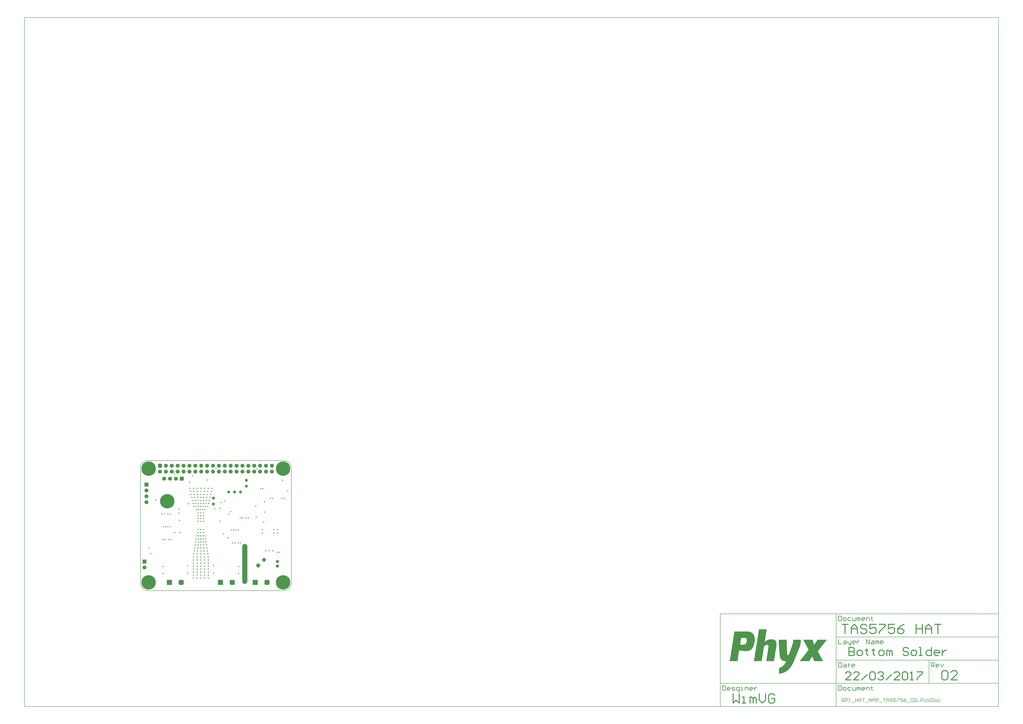
<source format=gbs>
G04 Layer_Color=16711935*
%FSLAX25Y25*%
%MOIN*%
G70*
G01*
G75*
%ADD34C,0.00787*%
%ADD35C,0.01575*%
%ADD36C,0.00984*%
%ADD46C,0.05118*%
G04:AMPARAMS|DCode=72|XSize=57.21mil|YSize=57.21mil|CornerRadius=16.3mil|HoleSize=0mil|Usage=FLASHONLY|Rotation=45.000|XOffset=0mil|YOffset=0mil|HoleType=Round|Shape=RoundedRectangle|*
%AMROUNDEDRECTD72*
21,1,0.05721,0.02461,0,0,45.0*
21,1,0.02461,0.05721,0,0,45.0*
1,1,0.03261,0.01740,0.00000*
1,1,0.03261,0.00000,-0.01740*
1,1,0.03261,-0.01740,0.00000*
1,1,0.03261,0.00000,0.01740*
%
%ADD72ROUNDEDRECTD72*%
%ADD73P,0.08091X4X90.0*%
%ADD74R,0.04737X0.04737*%
G04:AMPARAMS|DCode=75|XSize=47.37mil|YSize=47.37mil|CornerRadius=13.84mil|HoleSize=0mil|Usage=FLASHONLY|Rotation=90.000|XOffset=0mil|YOffset=0mil|HoleType=Round|Shape=RoundedRectangle|*
%AMROUNDEDRECTD75*
21,1,0.04737,0.01968,0,0,90.0*
21,1,0.01968,0.04737,0,0,90.0*
1,1,0.02768,0.00984,0.00984*
1,1,0.02768,0.00984,-0.00984*
1,1,0.02768,-0.00984,-0.00984*
1,1,0.02768,-0.00984,0.00984*
%
%ADD75ROUNDEDRECTD75*%
%ADD76O,0.08674X0.67729*%
%ADD77C,0.24410*%
G04:AMPARAMS|DCode=78|XSize=86.74mil|YSize=86.74mil|CornerRadius=23.68mil|HoleSize=0mil|Usage=FLASHONLY|Rotation=0.000|XOffset=0mil|YOffset=0mil|HoleType=Round|Shape=RoundedRectangle|*
%AMROUNDEDRECTD78*
21,1,0.08674,0.03937,0,0,0.0*
21,1,0.03937,0.08674,0,0,0.0*
1,1,0.04737,0.01968,-0.01968*
1,1,0.04737,-0.01968,-0.01968*
1,1,0.04737,-0.01968,0.01968*
1,1,0.04737,0.01968,0.01968*
%
%ADD78ROUNDEDRECTD78*%
%ADD79R,0.08674X0.08674*%
%ADD80C,0.06706*%
%ADD81R,0.06706X0.06706*%
%ADD82R,0.06706X0.06706*%
%ADD83C,0.01968*%
G36*
X1121080Y-83717D02*
Y-84003D01*
Y-84290D01*
Y-84576D01*
Y-84862D01*
Y-85149D01*
Y-85435D01*
Y-85721D01*
Y-86007D01*
Y-86294D01*
Y-86580D01*
Y-86866D01*
Y-87153D01*
Y-87439D01*
Y-87725D01*
Y-88012D01*
Y-88298D01*
Y-88584D01*
Y-88871D01*
Y-89157D01*
Y-89443D01*
X1120793D01*
Y-89730D01*
Y-90016D01*
Y-90302D01*
Y-90588D01*
Y-90875D01*
X1120507D01*
Y-91161D01*
Y-91448D01*
Y-91734D01*
Y-92020D01*
X1120221D01*
Y-92306D01*
Y-92593D01*
Y-92879D01*
Y-93165D01*
X1119934D01*
Y-93452D01*
Y-93738D01*
Y-94024D01*
X1119648D01*
Y-94311D01*
Y-94597D01*
Y-94883D01*
X1119362D01*
Y-95170D01*
Y-95456D01*
Y-95742D01*
X1119075D01*
Y-96029D01*
Y-96315D01*
Y-96601D01*
X1118789D01*
Y-96887D01*
Y-97174D01*
X1118503D01*
Y-97460D01*
Y-97746D01*
X1118217D01*
Y-98033D01*
Y-98319D01*
Y-98605D01*
X1117930D01*
Y-98892D01*
Y-99178D01*
X1117644D01*
Y-99464D01*
Y-99751D01*
Y-100037D01*
X1117358D01*
Y-100323D01*
Y-100610D01*
X1117071D01*
Y-100896D01*
Y-101182D01*
Y-101468D01*
X1116785D01*
Y-101755D01*
Y-102041D01*
X1116499D01*
Y-102327D01*
Y-102614D01*
Y-102900D01*
X1116212D01*
Y-103186D01*
Y-103473D01*
X1115926D01*
Y-103759D01*
Y-104045D01*
Y-104332D01*
X1115640D01*
Y-104618D01*
Y-104904D01*
X1115353D01*
Y-105191D01*
Y-105477D01*
Y-105763D01*
X1115067D01*
Y-106049D01*
Y-106336D01*
X1114781D01*
Y-106622D01*
Y-106908D01*
Y-107195D01*
X1114494D01*
Y-107481D01*
Y-107767D01*
X1114208D01*
Y-108054D01*
Y-108340D01*
Y-108626D01*
X1113922D01*
Y-108913D01*
Y-109199D01*
X1113636D01*
Y-109485D01*
Y-109772D01*
Y-110058D01*
X1113349D01*
Y-110344D01*
Y-110630D01*
X1113063D01*
Y-110917D01*
Y-111203D01*
Y-111489D01*
X1112776D01*
Y-111776D01*
Y-112062D01*
X1112490D01*
Y-112348D01*
Y-112635D01*
Y-112921D01*
X1112204D01*
Y-113207D01*
Y-113494D01*
X1111918D01*
Y-113780D01*
Y-114066D01*
Y-114353D01*
X1111631D01*
Y-114639D01*
Y-114925D01*
X1111345D01*
Y-115211D01*
Y-115498D01*
Y-115784D01*
X1111059D01*
Y-116070D01*
Y-116357D01*
X1110772D01*
Y-116643D01*
Y-116929D01*
Y-117216D01*
X1110486D01*
Y-117502D01*
Y-117788D01*
X1110200D01*
Y-118075D01*
Y-118361D01*
Y-118647D01*
X1109913D01*
Y-118933D01*
Y-119220D01*
X1109627D01*
Y-119506D01*
Y-119792D01*
Y-120079D01*
X1109341D01*
Y-120365D01*
Y-120651D01*
X1109054D01*
Y-120938D01*
Y-121224D01*
X1108768D01*
Y-121510D01*
Y-121797D01*
X1108482D01*
Y-122083D01*
Y-122369D01*
Y-122656D01*
X1108195D01*
Y-122942D01*
X1107909D01*
Y-123228D01*
Y-123514D01*
Y-123801D01*
X1107623D01*
Y-124087D01*
X1107337D01*
Y-124373D01*
Y-124660D01*
X1107050D01*
Y-124946D01*
Y-125232D01*
X1106764D01*
Y-125519D01*
Y-125805D01*
X1106478D01*
Y-126091D01*
Y-126378D01*
X1106191D01*
Y-126664D01*
X1105905D01*
Y-126950D01*
Y-127237D01*
X1105619D01*
Y-127523D01*
Y-127809D01*
X1105332D01*
Y-128095D01*
X1105046D01*
Y-128382D01*
X1104760D01*
Y-128668D01*
Y-128954D01*
X1104473D01*
Y-129241D01*
X1104187D01*
Y-129527D01*
Y-129813D01*
X1103901D01*
Y-130100D01*
X1103615D01*
Y-130386D01*
X1103328D01*
Y-130672D01*
Y-130959D01*
X1103042D01*
Y-131245D01*
X1102756D01*
Y-131531D01*
X1102469D01*
Y-131818D01*
X1102183D01*
Y-132104D01*
X1101897D01*
Y-132390D01*
Y-132676D01*
X1101610D01*
Y-132963D01*
X1101324D01*
Y-133249D01*
X1101038D01*
Y-133535D01*
X1100751D01*
Y-133822D01*
X1100465D01*
Y-134108D01*
X1100179D01*
Y-134394D01*
X1099892D01*
Y-134681D01*
X1099320D01*
Y-134967D01*
X1099034D01*
Y-135253D01*
X1098747D01*
Y-135540D01*
X1098461D01*
Y-135826D01*
X1098175D01*
Y-136112D01*
X1097602D01*
Y-136399D01*
X1097316D01*
Y-136685D01*
X1096743D01*
Y-136971D01*
X1096457D01*
Y-137258D01*
X1095884D01*
Y-137544D01*
X1095598D01*
Y-137830D01*
X1095025D01*
Y-138117D01*
X1094452D01*
Y-138403D01*
X1093880D01*
Y-138689D01*
X1093307D01*
Y-138975D01*
X1092735D01*
Y-139262D01*
X1091876D01*
Y-139548D01*
X1091303D01*
Y-139834D01*
X1090444D01*
Y-140121D01*
X1089299D01*
Y-140407D01*
X1088154D01*
Y-140693D01*
X1086436D01*
Y-140980D01*
X1084432D01*
Y-141266D01*
X1084145D01*
Y-140980D01*
Y-140693D01*
Y-140407D01*
Y-140121D01*
Y-139834D01*
Y-139548D01*
Y-139262D01*
Y-138975D01*
Y-138689D01*
Y-138403D01*
Y-138117D01*
Y-137830D01*
Y-137544D01*
Y-137258D01*
Y-136971D01*
Y-136685D01*
Y-136399D01*
Y-136112D01*
Y-135826D01*
Y-135540D01*
Y-135253D01*
Y-134967D01*
Y-134681D01*
Y-134394D01*
Y-134108D01*
Y-133822D01*
Y-133535D01*
Y-133249D01*
Y-132963D01*
Y-132676D01*
Y-132390D01*
Y-132104D01*
Y-131818D01*
X1084718D01*
Y-131531D01*
X1085291D01*
Y-131245D01*
X1085863D01*
Y-130959D01*
X1086436D01*
Y-130672D01*
X1087008D01*
Y-130386D01*
X1087581D01*
Y-130100D01*
X1087867D01*
Y-129813D01*
X1088440D01*
Y-129527D01*
X1088726D01*
Y-129241D01*
X1089299D01*
Y-128954D01*
X1089585D01*
Y-128668D01*
X1089872D01*
Y-128382D01*
X1090444D01*
Y-128095D01*
X1090730D01*
Y-127809D01*
X1091017D01*
Y-127523D01*
X1091303D01*
Y-127237D01*
X1091589D01*
Y-126950D01*
X1091876D01*
Y-126664D01*
X1092162D01*
Y-126378D01*
X1092448D01*
Y-126091D01*
X1092735D01*
Y-125805D01*
X1093021D01*
Y-125519D01*
X1093307D01*
Y-125232D01*
X1093594D01*
Y-124946D01*
Y-124660D01*
X1093880D01*
Y-124373D01*
X1094166D01*
Y-124087D01*
X1094452D01*
Y-123801D01*
Y-123514D01*
X1094739D01*
Y-123228D01*
X1095025D01*
Y-122942D01*
Y-122656D01*
X1095311D01*
Y-122369D01*
Y-122083D01*
X1095598D01*
Y-121797D01*
X1095884D01*
Y-121510D01*
Y-121224D01*
X1096170D01*
Y-120938D01*
Y-120651D01*
X1096457D01*
Y-120365D01*
Y-120079D01*
X1094739D01*
Y-119792D01*
X1092735D01*
Y-119506D01*
X1091589D01*
Y-119220D01*
X1091017D01*
Y-118933D01*
X1090158D01*
Y-118647D01*
X1089585D01*
Y-118361D01*
X1089299D01*
Y-118075D01*
X1088726D01*
Y-117788D01*
X1088440D01*
Y-117502D01*
X1088154D01*
Y-117216D01*
X1087867D01*
Y-116929D01*
X1087581D01*
Y-116643D01*
X1087295D01*
Y-116357D01*
Y-116070D01*
X1087008D01*
Y-115784D01*
X1086722D01*
Y-115498D01*
Y-115211D01*
X1086436D01*
Y-114925D01*
Y-114639D01*
X1086149D01*
Y-114353D01*
Y-114066D01*
X1085863D01*
Y-113780D01*
Y-113494D01*
Y-113207D01*
X1085577D01*
Y-112921D01*
Y-112635D01*
Y-112348D01*
Y-112062D01*
X1085291D01*
Y-111776D01*
Y-111489D01*
Y-111203D01*
Y-110917D01*
Y-110630D01*
Y-110344D01*
Y-110058D01*
X1085004D01*
Y-109772D01*
Y-109485D01*
Y-109199D01*
Y-108913D01*
Y-108626D01*
Y-108340D01*
Y-108054D01*
Y-107767D01*
Y-107481D01*
Y-107195D01*
Y-106908D01*
Y-106622D01*
Y-106336D01*
Y-106049D01*
Y-105763D01*
X1084718D01*
Y-105477D01*
Y-105191D01*
Y-104904D01*
Y-104618D01*
Y-104332D01*
Y-104045D01*
Y-103759D01*
Y-103473D01*
Y-103186D01*
Y-102900D01*
Y-102614D01*
Y-102327D01*
Y-102041D01*
Y-101755D01*
Y-101468D01*
X1084432D01*
Y-101182D01*
Y-100896D01*
Y-100610D01*
Y-100323D01*
Y-100037D01*
Y-99751D01*
Y-99464D01*
Y-99178D01*
Y-98892D01*
Y-98605D01*
Y-98319D01*
Y-98033D01*
Y-97746D01*
Y-97460D01*
Y-97174D01*
Y-96887D01*
X1084145D01*
Y-96601D01*
Y-96315D01*
Y-96029D01*
Y-95742D01*
Y-95456D01*
Y-95170D01*
Y-94883D01*
Y-94597D01*
Y-94311D01*
Y-94024D01*
Y-93738D01*
Y-93452D01*
Y-93165D01*
Y-92879D01*
Y-92593D01*
Y-92306D01*
X1083859D01*
Y-92020D01*
Y-91734D01*
Y-91448D01*
Y-91161D01*
Y-90875D01*
Y-90588D01*
Y-90302D01*
Y-90016D01*
Y-89730D01*
Y-89443D01*
Y-89157D01*
Y-88871D01*
Y-88584D01*
Y-88298D01*
X1083573D01*
Y-88012D01*
Y-87725D01*
Y-87439D01*
Y-87153D01*
Y-86866D01*
Y-86580D01*
Y-86294D01*
Y-86007D01*
Y-85721D01*
Y-85435D01*
Y-85149D01*
Y-84862D01*
Y-84576D01*
Y-84290D01*
Y-84003D01*
Y-83717D01*
X1083286D01*
Y-83431D01*
X1097029D01*
Y-83717D01*
Y-84003D01*
Y-84290D01*
Y-84576D01*
Y-84862D01*
Y-85149D01*
Y-85435D01*
Y-85721D01*
Y-86007D01*
Y-86294D01*
Y-86580D01*
Y-86866D01*
Y-87153D01*
Y-87439D01*
X1097316D01*
Y-87725D01*
Y-88012D01*
Y-88298D01*
Y-88584D01*
Y-88871D01*
Y-89157D01*
Y-89443D01*
Y-89730D01*
Y-90016D01*
Y-90302D01*
Y-90588D01*
Y-90875D01*
Y-91161D01*
Y-91448D01*
Y-91734D01*
Y-92020D01*
Y-92306D01*
Y-92593D01*
Y-92879D01*
Y-93165D01*
Y-93452D01*
Y-93738D01*
Y-94024D01*
Y-94311D01*
Y-94597D01*
Y-94883D01*
Y-95170D01*
Y-95456D01*
Y-95742D01*
Y-96029D01*
Y-96315D01*
Y-96601D01*
Y-96887D01*
Y-97174D01*
Y-97460D01*
Y-97746D01*
Y-98033D01*
Y-98319D01*
Y-98605D01*
Y-98892D01*
Y-99178D01*
X1097602D01*
Y-99464D01*
X1097316D01*
Y-99751D01*
Y-100037D01*
X1097602D01*
Y-100323D01*
Y-100610D01*
Y-100896D01*
Y-101182D01*
Y-101468D01*
Y-101755D01*
Y-102041D01*
Y-102327D01*
Y-102614D01*
Y-102900D01*
Y-103186D01*
Y-103473D01*
Y-103759D01*
Y-104045D01*
Y-104332D01*
Y-104618D01*
Y-104904D01*
Y-105191D01*
Y-105477D01*
Y-105763D01*
Y-106049D01*
Y-106336D01*
Y-106622D01*
Y-106908D01*
Y-107195D01*
Y-107481D01*
X1097888D01*
Y-107767D01*
Y-108054D01*
Y-108340D01*
X1098175D01*
Y-108626D01*
X1098461D01*
Y-108913D01*
X1098747D01*
Y-109199D01*
X1099606D01*
Y-109485D01*
X1100465D01*
Y-109199D01*
X1100751D01*
Y-108913D01*
Y-108626D01*
Y-108340D01*
X1101038D01*
Y-108054D01*
Y-107767D01*
X1101324D01*
Y-107481D01*
Y-107195D01*
Y-106908D01*
X1101610D01*
Y-106622D01*
Y-106336D01*
Y-106049D01*
X1101897D01*
Y-105763D01*
Y-105477D01*
Y-105191D01*
X1102183D01*
Y-104904D01*
Y-104618D01*
Y-104332D01*
X1102469D01*
Y-104045D01*
Y-103759D01*
X1102756D01*
Y-103473D01*
Y-103186D01*
Y-102900D01*
X1103042D01*
Y-102614D01*
Y-102327D01*
Y-102041D01*
X1103328D01*
Y-101755D01*
Y-101468D01*
Y-101182D01*
X1103615D01*
Y-100896D01*
Y-100610D01*
X1103901D01*
Y-100323D01*
Y-100037D01*
Y-99751D01*
X1104187D01*
Y-99464D01*
Y-99178D01*
Y-98892D01*
X1104473D01*
Y-98605D01*
Y-98319D01*
Y-98033D01*
X1104760D01*
Y-97746D01*
Y-97460D01*
X1105046D01*
Y-97174D01*
Y-96887D01*
Y-96601D01*
X1105332D01*
Y-96315D01*
Y-96029D01*
Y-95742D01*
X1105619D01*
Y-95456D01*
Y-95170D01*
Y-94883D01*
X1105905D01*
Y-94597D01*
Y-94311D01*
X1106191D01*
Y-94024D01*
Y-93738D01*
Y-93452D01*
X1106478D01*
Y-93165D01*
Y-92879D01*
Y-92593D01*
X1106764D01*
Y-92306D01*
Y-92020D01*
Y-91734D01*
X1107050D01*
Y-91448D01*
Y-91161D01*
Y-90875D01*
Y-90588D01*
X1107337D01*
Y-90302D01*
Y-90016D01*
Y-89730D01*
Y-89443D01*
X1107623D01*
Y-89157D01*
Y-88871D01*
Y-88584D01*
Y-88298D01*
Y-88012D01*
X1107909D01*
Y-87725D01*
Y-87439D01*
Y-87153D01*
Y-86866D01*
Y-86580D01*
Y-86294D01*
X1108195D01*
Y-86007D01*
Y-85721D01*
Y-85435D01*
Y-85149D01*
Y-84862D01*
Y-84576D01*
Y-84290D01*
Y-84003D01*
Y-83717D01*
Y-83431D01*
X1121080D01*
Y-83717D01*
D02*
G37*
G36*
X1063244Y-66252D02*
Y-66538D01*
X1062958D01*
Y-66825D01*
Y-67111D01*
Y-67397D01*
Y-67684D01*
Y-67970D01*
Y-68256D01*
X1062672D01*
Y-68542D01*
Y-68829D01*
Y-69115D01*
Y-69401D01*
Y-69688D01*
Y-69974D01*
X1062385D01*
Y-70260D01*
Y-70547D01*
Y-70833D01*
Y-71119D01*
Y-71406D01*
Y-71692D01*
Y-71978D01*
X1062099D01*
Y-72264D01*
Y-72551D01*
Y-72837D01*
Y-73123D01*
Y-73410D01*
Y-73696D01*
X1061813D01*
Y-73982D01*
Y-74269D01*
Y-74555D01*
Y-74841D01*
Y-75128D01*
Y-75414D01*
X1061526D01*
Y-75700D01*
Y-75987D01*
Y-76273D01*
Y-76559D01*
Y-76846D01*
Y-77132D01*
Y-77418D01*
X1061240D01*
Y-77704D01*
Y-77991D01*
Y-78277D01*
Y-78563D01*
Y-78850D01*
Y-79136D01*
X1060954D01*
Y-79422D01*
Y-79709D01*
Y-79995D01*
Y-80281D01*
Y-80568D01*
Y-80854D01*
X1060668D01*
Y-81140D01*
Y-81427D01*
Y-81713D01*
Y-81999D01*
Y-82285D01*
Y-82572D01*
X1060381D01*
Y-82858D01*
Y-83144D01*
Y-83431D01*
Y-83717D01*
Y-84003D01*
Y-84290D01*
Y-84576D01*
X1060095D01*
Y-84862D01*
Y-85149D01*
Y-85435D01*
Y-85721D01*
Y-86007D01*
Y-86294D01*
X1059809D01*
Y-86580D01*
Y-86866D01*
X1060381D01*
Y-86580D01*
X1060668D01*
Y-86294D01*
X1060954D01*
Y-86007D01*
X1061526D01*
Y-85721D01*
X1061813D01*
Y-85435D01*
X1062099D01*
Y-85149D01*
X1062672D01*
Y-84862D01*
X1063244D01*
Y-84576D01*
X1063531D01*
Y-84290D01*
X1064103D01*
Y-84003D01*
X1064962D01*
Y-83717D01*
X1065535D01*
Y-83431D01*
X1066394D01*
Y-83144D01*
X1067825D01*
Y-82858D01*
X1074124D01*
Y-83144D01*
X1075270D01*
Y-83431D01*
X1076128D01*
Y-83717D01*
X1076701D01*
Y-84003D01*
X1076987D01*
Y-84290D01*
X1077560D01*
Y-84576D01*
X1077846D01*
Y-84862D01*
X1078133D01*
Y-85149D01*
X1078419D01*
Y-85435D01*
X1078705D01*
Y-85721D01*
Y-86007D01*
X1078992D01*
Y-86294D01*
Y-86580D01*
X1079278D01*
Y-86866D01*
Y-87153D01*
Y-87439D01*
X1079564D01*
Y-87725D01*
Y-88012D01*
Y-88298D01*
Y-88584D01*
X1079850D01*
Y-88871D01*
Y-89157D01*
Y-89443D01*
Y-89730D01*
Y-90016D01*
Y-90302D01*
Y-90588D01*
Y-90875D01*
Y-91161D01*
Y-91448D01*
Y-91734D01*
Y-92020D01*
Y-92306D01*
Y-92593D01*
Y-92879D01*
Y-93165D01*
Y-93452D01*
Y-93738D01*
X1079564D01*
Y-94024D01*
Y-94311D01*
Y-94597D01*
Y-94883D01*
Y-95170D01*
Y-95456D01*
Y-95742D01*
X1079278D01*
Y-96029D01*
Y-96315D01*
Y-96601D01*
Y-96887D01*
Y-97174D01*
Y-97460D01*
Y-97746D01*
X1078992D01*
Y-98033D01*
Y-98319D01*
Y-98605D01*
Y-98892D01*
Y-99178D01*
Y-99464D01*
X1078705D01*
Y-99751D01*
Y-100037D01*
Y-100323D01*
Y-100610D01*
Y-100896D01*
Y-101182D01*
X1078419D01*
Y-101468D01*
Y-101755D01*
Y-102041D01*
Y-102327D01*
Y-102614D01*
Y-102900D01*
X1078133D01*
Y-103186D01*
Y-103473D01*
Y-103759D01*
Y-104045D01*
Y-104332D01*
Y-104618D01*
Y-104904D01*
X1077846D01*
Y-105191D01*
Y-105477D01*
Y-105763D01*
Y-106049D01*
Y-106336D01*
Y-106622D01*
X1077560D01*
Y-106908D01*
Y-107195D01*
Y-107481D01*
Y-107767D01*
Y-108054D01*
Y-108340D01*
X1077274D01*
Y-108626D01*
Y-108913D01*
Y-109199D01*
Y-109485D01*
Y-109772D01*
Y-110058D01*
Y-110344D01*
X1076987D01*
Y-110630D01*
Y-110917D01*
Y-111203D01*
Y-111489D01*
Y-111776D01*
Y-112062D01*
X1076701D01*
Y-112348D01*
Y-112635D01*
Y-112921D01*
Y-113207D01*
Y-113494D01*
Y-113780D01*
X1076415D01*
Y-114066D01*
Y-114353D01*
Y-114639D01*
Y-114925D01*
Y-115211D01*
Y-115498D01*
X1076128D01*
Y-115784D01*
Y-116070D01*
Y-116357D01*
Y-116643D01*
Y-116929D01*
Y-117216D01*
Y-117502D01*
X1075842D01*
Y-117788D01*
Y-118075D01*
Y-118361D01*
Y-118647D01*
Y-118933D01*
Y-119220D01*
X1075556D01*
Y-119506D01*
Y-119792D01*
X1062385D01*
Y-119506D01*
Y-119220D01*
X1062672D01*
Y-118933D01*
Y-118647D01*
Y-118361D01*
Y-118075D01*
Y-117788D01*
Y-117502D01*
X1062958D01*
Y-117216D01*
Y-116929D01*
Y-116643D01*
Y-116357D01*
Y-116070D01*
Y-115784D01*
Y-115498D01*
X1063244D01*
Y-115211D01*
Y-114925D01*
Y-114639D01*
Y-114353D01*
Y-114066D01*
Y-113780D01*
X1063531D01*
Y-113494D01*
Y-113207D01*
Y-112921D01*
Y-112635D01*
Y-112348D01*
Y-112062D01*
X1063817D01*
Y-111776D01*
Y-111489D01*
Y-111203D01*
Y-110917D01*
Y-110630D01*
Y-110344D01*
Y-110058D01*
X1064103D01*
Y-109772D01*
Y-109485D01*
Y-109199D01*
Y-108913D01*
Y-108626D01*
Y-108340D01*
X1064390D01*
Y-108054D01*
Y-107767D01*
Y-107481D01*
Y-107195D01*
Y-106908D01*
Y-106622D01*
Y-106336D01*
X1064676D01*
Y-106049D01*
Y-105763D01*
Y-105477D01*
Y-105191D01*
Y-104904D01*
Y-104618D01*
X1064962D01*
Y-104332D01*
Y-104045D01*
Y-103759D01*
Y-103473D01*
Y-103186D01*
Y-102900D01*
X1065249D01*
Y-102614D01*
Y-102327D01*
Y-102041D01*
Y-101755D01*
Y-101468D01*
Y-101182D01*
X1065535D01*
Y-100896D01*
Y-100610D01*
Y-100323D01*
Y-100037D01*
Y-99751D01*
Y-99464D01*
Y-99178D01*
X1065821D01*
Y-98892D01*
Y-98605D01*
Y-98319D01*
Y-98033D01*
Y-97746D01*
Y-97460D01*
X1066107D01*
Y-97174D01*
Y-96887D01*
Y-96601D01*
Y-96315D01*
Y-96029D01*
Y-95742D01*
Y-95456D01*
X1066394D01*
Y-95170D01*
Y-94883D01*
Y-94597D01*
Y-94311D01*
Y-94024D01*
Y-93738D01*
X1066107D01*
Y-93452D01*
Y-93165D01*
X1065821D01*
Y-92879D01*
X1065535D01*
Y-92593D01*
X1064962D01*
Y-92306D01*
X1063244D01*
Y-92593D01*
X1061813D01*
Y-92879D01*
X1060954D01*
Y-93165D01*
X1060381D01*
Y-93452D01*
X1060095D01*
Y-93738D01*
X1059522D01*
Y-94024D01*
X1059236D01*
Y-94311D01*
X1058950D01*
Y-94597D01*
Y-94883D01*
X1058663D01*
Y-95170D01*
Y-95456D01*
Y-95742D01*
X1058377D01*
Y-96029D01*
Y-96315D01*
Y-96601D01*
Y-96887D01*
Y-97174D01*
Y-97460D01*
X1058091D01*
Y-97746D01*
Y-98033D01*
Y-98319D01*
Y-98605D01*
Y-98892D01*
Y-99178D01*
Y-99464D01*
X1057804D01*
Y-99751D01*
Y-100037D01*
Y-100323D01*
Y-100610D01*
Y-100896D01*
Y-101182D01*
X1057518D01*
Y-101468D01*
Y-101755D01*
Y-102041D01*
Y-102327D01*
Y-102614D01*
Y-102900D01*
X1057232D01*
Y-103186D01*
Y-103473D01*
Y-103759D01*
Y-104045D01*
Y-104332D01*
Y-104618D01*
X1056946D01*
Y-104904D01*
Y-105191D01*
Y-105477D01*
Y-105763D01*
Y-106049D01*
Y-106336D01*
Y-106622D01*
X1056659D01*
Y-106908D01*
Y-107195D01*
Y-107481D01*
Y-107767D01*
Y-108054D01*
Y-108340D01*
X1056373D01*
Y-108626D01*
Y-108913D01*
Y-109199D01*
Y-109485D01*
Y-109772D01*
Y-110058D01*
X1056087D01*
Y-110344D01*
Y-110630D01*
Y-110917D01*
Y-111203D01*
Y-111489D01*
Y-111776D01*
Y-112062D01*
X1055800D01*
Y-112348D01*
Y-112635D01*
Y-112921D01*
Y-113207D01*
Y-113494D01*
Y-113780D01*
X1055514D01*
Y-114066D01*
Y-114353D01*
Y-114639D01*
Y-114925D01*
Y-115211D01*
Y-115498D01*
X1055228D01*
Y-115784D01*
Y-116070D01*
Y-116357D01*
Y-116643D01*
Y-116929D01*
Y-117216D01*
X1054941D01*
Y-117502D01*
Y-117788D01*
Y-118075D01*
Y-118361D01*
Y-118647D01*
Y-118933D01*
Y-119220D01*
X1054655D01*
Y-119506D01*
Y-119792D01*
X1041485D01*
Y-119506D01*
Y-119220D01*
X1041771D01*
Y-118933D01*
Y-118647D01*
Y-118361D01*
Y-118075D01*
Y-117788D01*
Y-117502D01*
Y-117216D01*
X1042057D01*
Y-116929D01*
Y-116643D01*
Y-116357D01*
Y-116070D01*
Y-115784D01*
Y-115498D01*
X1042344D01*
Y-115211D01*
Y-114925D01*
Y-114639D01*
Y-114353D01*
Y-114066D01*
Y-113780D01*
X1042630D01*
Y-113494D01*
Y-113207D01*
Y-112921D01*
Y-112635D01*
Y-112348D01*
Y-112062D01*
Y-111776D01*
X1042916D01*
Y-111489D01*
Y-111203D01*
Y-110917D01*
Y-110630D01*
Y-110344D01*
Y-110058D01*
X1043202D01*
Y-109772D01*
Y-109485D01*
Y-109199D01*
Y-108913D01*
Y-108626D01*
Y-108340D01*
X1043489D01*
Y-108054D01*
Y-107767D01*
Y-107481D01*
Y-107195D01*
Y-106908D01*
Y-106622D01*
X1043775D01*
Y-106336D01*
Y-106049D01*
Y-105763D01*
Y-105477D01*
Y-105191D01*
Y-104904D01*
Y-104618D01*
X1044061D01*
Y-104332D01*
Y-104045D01*
Y-103759D01*
Y-103473D01*
Y-103186D01*
Y-102900D01*
X1044348D01*
Y-102614D01*
Y-102327D01*
Y-102041D01*
Y-101755D01*
Y-101468D01*
Y-101182D01*
X1044634D01*
Y-100896D01*
Y-100610D01*
Y-100323D01*
Y-100037D01*
Y-99751D01*
Y-99464D01*
Y-99178D01*
X1044920D01*
Y-98892D01*
Y-98605D01*
Y-98319D01*
Y-98033D01*
Y-97746D01*
Y-97460D01*
X1045207D01*
Y-97174D01*
Y-96887D01*
Y-96601D01*
Y-96315D01*
Y-96029D01*
Y-95742D01*
X1045493D01*
Y-95456D01*
Y-95170D01*
Y-94883D01*
Y-94597D01*
Y-94311D01*
Y-94024D01*
X1045779D01*
Y-93738D01*
Y-93452D01*
Y-93165D01*
Y-92879D01*
Y-92593D01*
Y-92306D01*
Y-92020D01*
X1046066D01*
Y-91734D01*
Y-91448D01*
Y-91161D01*
Y-90875D01*
Y-90588D01*
Y-90302D01*
X1046352D01*
Y-90016D01*
Y-89730D01*
Y-89443D01*
Y-89157D01*
Y-88871D01*
Y-88584D01*
X1046638D01*
Y-88298D01*
Y-88012D01*
Y-87725D01*
Y-87439D01*
Y-87153D01*
Y-86866D01*
X1046925D01*
Y-86580D01*
Y-86294D01*
Y-86007D01*
Y-85721D01*
Y-85435D01*
Y-85149D01*
Y-84862D01*
X1047211D01*
Y-84576D01*
Y-84290D01*
Y-84003D01*
Y-83717D01*
Y-83431D01*
Y-83144D01*
X1047497D01*
Y-82858D01*
Y-82572D01*
Y-82285D01*
Y-81999D01*
Y-81713D01*
Y-81427D01*
X1047783D01*
Y-81140D01*
Y-80854D01*
Y-80568D01*
Y-80281D01*
Y-79995D01*
Y-79709D01*
Y-79422D01*
X1048070D01*
Y-79136D01*
Y-78850D01*
Y-78563D01*
Y-78277D01*
Y-77991D01*
Y-77704D01*
X1048356D01*
Y-77418D01*
Y-77132D01*
Y-76846D01*
Y-76559D01*
Y-76273D01*
Y-75987D01*
X1048642D01*
Y-75700D01*
Y-75414D01*
Y-75128D01*
Y-74841D01*
Y-74555D01*
Y-74269D01*
X1048929D01*
Y-73982D01*
Y-73696D01*
Y-73410D01*
Y-73123D01*
Y-72837D01*
Y-72551D01*
Y-72264D01*
X1049215D01*
Y-71978D01*
Y-71692D01*
Y-71406D01*
Y-71119D01*
Y-70833D01*
Y-70547D01*
X1049501D01*
Y-70260D01*
Y-69974D01*
Y-69688D01*
Y-69401D01*
Y-69115D01*
Y-68829D01*
X1049788D01*
Y-68542D01*
Y-68256D01*
Y-67970D01*
Y-67684D01*
Y-67397D01*
Y-67111D01*
Y-66825D01*
X1050074D01*
Y-66538D01*
Y-66252D01*
Y-65966D01*
X1063244D01*
Y-66252D01*
D02*
G37*
G36*
X1032036Y-69688D02*
X1033754D01*
Y-69974D01*
X1034613D01*
Y-70260D01*
X1035472D01*
Y-70547D01*
X1036331D01*
Y-70833D01*
X1036904D01*
Y-71119D01*
X1037190D01*
Y-71406D01*
X1037763D01*
Y-71692D01*
X1038049D01*
Y-71978D01*
X1038622D01*
Y-72264D01*
X1038908D01*
Y-72551D01*
X1039194D01*
Y-72837D01*
X1039480D01*
Y-73123D01*
X1039767D01*
Y-73410D01*
X1040053D01*
Y-73696D01*
X1040339D01*
Y-73982D01*
Y-74269D01*
X1040626D01*
Y-74555D01*
X1040912D01*
Y-74841D01*
Y-75128D01*
X1041198D01*
Y-75414D01*
X1041485D01*
Y-75700D01*
Y-75987D01*
X1041771D01*
Y-76273D01*
Y-76559D01*
Y-76846D01*
X1042057D01*
Y-77132D01*
Y-77418D01*
Y-77704D01*
X1042344D01*
Y-77991D01*
Y-78277D01*
Y-78563D01*
Y-78850D01*
X1042630D01*
Y-79136D01*
Y-79422D01*
Y-79709D01*
Y-79995D01*
Y-80281D01*
X1042916D01*
Y-80568D01*
Y-80854D01*
Y-81140D01*
Y-81427D01*
Y-81713D01*
Y-81999D01*
Y-82285D01*
Y-82572D01*
Y-82858D01*
Y-83144D01*
Y-83431D01*
Y-83717D01*
Y-84003D01*
Y-84290D01*
Y-84576D01*
Y-84862D01*
Y-85149D01*
Y-85435D01*
Y-85721D01*
Y-86007D01*
X1042630D01*
Y-86294D01*
Y-86580D01*
Y-86866D01*
Y-87153D01*
Y-87439D01*
Y-87725D01*
Y-88012D01*
X1042344D01*
Y-88298D01*
Y-88584D01*
Y-88871D01*
Y-89157D01*
Y-89443D01*
X1042057D01*
Y-89730D01*
Y-90016D01*
Y-90302D01*
Y-90588D01*
Y-90875D01*
X1041771D01*
Y-91161D01*
Y-91448D01*
Y-91734D01*
X1041485D01*
Y-92020D01*
Y-92306D01*
Y-92593D01*
Y-92879D01*
X1041198D01*
Y-93165D01*
Y-93452D01*
Y-93738D01*
X1040912D01*
Y-94024D01*
Y-94311D01*
X1040626D01*
Y-94597D01*
Y-94883D01*
Y-95170D01*
X1040339D01*
Y-95456D01*
Y-95742D01*
X1040053D01*
Y-96029D01*
Y-96315D01*
X1039767D01*
Y-96601D01*
Y-96887D01*
X1039480D01*
Y-97174D01*
X1039194D01*
Y-97460D01*
Y-97746D01*
X1038908D01*
Y-98033D01*
X1038622D01*
Y-98319D01*
X1038335D01*
Y-98605D01*
Y-98892D01*
X1038049D01*
Y-99178D01*
X1037763D01*
Y-99464D01*
X1037476D01*
Y-99751D01*
X1037190D01*
Y-100037D01*
X1036904D01*
Y-100323D01*
X1036331D01*
Y-100610D01*
X1036045D01*
Y-100896D01*
X1035472D01*
Y-101182D01*
X1035186D01*
Y-101468D01*
X1034613D01*
Y-101755D01*
X1033754D01*
Y-102041D01*
X1032895D01*
Y-102327D01*
X1032036D01*
Y-102614D01*
X1030318D01*
Y-102900D01*
X1025165D01*
Y-102614D01*
X1022588D01*
Y-102327D01*
X1020584D01*
Y-102041D01*
X1019152D01*
Y-101755D01*
X1017721D01*
Y-101468D01*
X1016289D01*
Y-101755D01*
Y-102041D01*
Y-102327D01*
Y-102614D01*
Y-102900D01*
Y-103186D01*
Y-103473D01*
X1016003D01*
Y-103759D01*
Y-104045D01*
Y-104332D01*
Y-104618D01*
Y-104904D01*
Y-105191D01*
X1015716D01*
Y-105477D01*
Y-105763D01*
Y-106049D01*
Y-106336D01*
Y-106622D01*
Y-106908D01*
X1015430D01*
Y-107195D01*
Y-107481D01*
Y-107767D01*
Y-108054D01*
Y-108340D01*
Y-108626D01*
Y-108913D01*
X1015144D01*
Y-109199D01*
Y-109485D01*
Y-109772D01*
Y-110058D01*
Y-110344D01*
Y-110630D01*
X1014857D01*
Y-110917D01*
Y-111203D01*
Y-111489D01*
Y-111776D01*
Y-112062D01*
Y-112348D01*
X1014571D01*
Y-112635D01*
Y-112921D01*
Y-113207D01*
Y-113494D01*
Y-113780D01*
Y-114066D01*
Y-114353D01*
X1014285D01*
Y-114639D01*
Y-114925D01*
Y-115211D01*
Y-115498D01*
Y-115784D01*
Y-116070D01*
X1013999D01*
Y-116357D01*
Y-116643D01*
Y-116929D01*
Y-117216D01*
Y-117502D01*
Y-117788D01*
X1013712D01*
Y-118075D01*
Y-118361D01*
Y-118647D01*
Y-118933D01*
Y-119220D01*
Y-119506D01*
Y-119792D01*
X1000256D01*
Y-119506D01*
X1000542D01*
Y-119220D01*
Y-118933D01*
Y-118647D01*
Y-118361D01*
Y-118075D01*
X1000828D01*
Y-117788D01*
Y-117502D01*
Y-117216D01*
Y-116929D01*
Y-116643D01*
Y-116357D01*
Y-116070D01*
X1001114D01*
Y-115784D01*
Y-115498D01*
Y-115211D01*
Y-114925D01*
Y-114639D01*
Y-114353D01*
X1001401D01*
Y-114066D01*
Y-113780D01*
Y-113494D01*
Y-113207D01*
Y-112921D01*
Y-112635D01*
X1001687D01*
Y-112348D01*
Y-112062D01*
Y-111776D01*
Y-111489D01*
Y-111203D01*
Y-110917D01*
Y-110630D01*
X1001974D01*
Y-110344D01*
Y-110058D01*
Y-109772D01*
Y-109485D01*
Y-109199D01*
Y-108913D01*
X1002260D01*
Y-108626D01*
Y-108340D01*
Y-108054D01*
Y-107767D01*
Y-107481D01*
Y-107195D01*
X1002546D01*
Y-106908D01*
Y-106622D01*
Y-106336D01*
Y-106049D01*
Y-105763D01*
Y-105477D01*
X1002832D01*
Y-105191D01*
Y-104904D01*
Y-104618D01*
Y-104332D01*
Y-104045D01*
Y-103759D01*
Y-103473D01*
X1003119D01*
Y-103186D01*
Y-102900D01*
Y-102614D01*
Y-102327D01*
Y-102041D01*
Y-101755D01*
X1003405D01*
Y-101468D01*
Y-101182D01*
Y-100896D01*
Y-100610D01*
Y-100323D01*
Y-100037D01*
X1003691D01*
Y-99751D01*
Y-99464D01*
Y-99178D01*
Y-98892D01*
Y-98605D01*
Y-98319D01*
X1003978D01*
Y-98033D01*
Y-97746D01*
Y-97460D01*
Y-97174D01*
Y-96887D01*
Y-96601D01*
Y-96315D01*
X1004264D01*
Y-96029D01*
Y-95742D01*
Y-95456D01*
Y-95170D01*
Y-94883D01*
Y-94597D01*
X1004550D01*
Y-94311D01*
Y-94024D01*
Y-93738D01*
Y-93452D01*
Y-93165D01*
Y-92879D01*
X1004837D01*
Y-92593D01*
Y-92306D01*
Y-92020D01*
Y-91734D01*
Y-91448D01*
Y-91161D01*
Y-90875D01*
X1005123D01*
Y-90588D01*
Y-90302D01*
Y-90016D01*
Y-89730D01*
Y-89443D01*
Y-89157D01*
X1005409D01*
Y-88871D01*
Y-88584D01*
Y-88298D01*
Y-88012D01*
Y-87725D01*
Y-87439D01*
X1005696D01*
Y-87153D01*
Y-86866D01*
Y-86580D01*
Y-86294D01*
Y-86007D01*
Y-85721D01*
X1005982D01*
Y-85435D01*
Y-85149D01*
Y-84862D01*
Y-84576D01*
Y-84290D01*
Y-84003D01*
Y-83717D01*
X1006268D01*
Y-83431D01*
Y-83144D01*
Y-82858D01*
Y-82572D01*
Y-82285D01*
Y-81999D01*
X1006555D01*
Y-81713D01*
Y-81427D01*
Y-81140D01*
Y-80854D01*
Y-80568D01*
Y-80281D01*
X1006841D01*
Y-79995D01*
Y-79709D01*
Y-79422D01*
Y-79136D01*
Y-78850D01*
Y-78563D01*
Y-78277D01*
X1007127D01*
Y-77991D01*
Y-77704D01*
Y-77418D01*
Y-77132D01*
Y-76846D01*
Y-76559D01*
X1007413D01*
Y-76273D01*
Y-75987D01*
Y-75700D01*
Y-75414D01*
Y-75128D01*
Y-74841D01*
X1007700D01*
Y-74555D01*
Y-74269D01*
Y-73982D01*
Y-73696D01*
Y-73410D01*
Y-73123D01*
Y-72837D01*
X1007986D01*
Y-72551D01*
Y-72264D01*
Y-71978D01*
Y-71692D01*
Y-71406D01*
Y-71119D01*
X1008272D01*
Y-70833D01*
Y-70547D01*
Y-70260D01*
Y-69974D01*
Y-69688D01*
Y-69401D01*
X1032036D01*
Y-69688D01*
D02*
G37*
G36*
X1165172Y-83717D02*
X1164886D01*
Y-84003D01*
X1164599D01*
Y-84290D01*
Y-84576D01*
X1164313D01*
Y-84862D01*
X1164027D01*
Y-85149D01*
X1163740D01*
Y-85435D01*
Y-85721D01*
X1163454D01*
Y-86007D01*
X1163168D01*
Y-86294D01*
X1162881D01*
Y-86580D01*
X1162595D01*
Y-86866D01*
Y-87153D01*
X1162309D01*
Y-87439D01*
X1162022D01*
Y-87725D01*
X1161736D01*
Y-88012D01*
Y-88298D01*
X1161450D01*
Y-88584D01*
X1161163D01*
Y-88871D01*
X1160877D01*
Y-89157D01*
X1160591D01*
Y-89443D01*
Y-89730D01*
X1160305D01*
Y-90016D01*
X1160018D01*
Y-90302D01*
X1159732D01*
Y-90588D01*
Y-90875D01*
X1159445D01*
Y-91161D01*
X1159159D01*
Y-91448D01*
X1158873D01*
Y-91734D01*
Y-92020D01*
X1158587D01*
Y-92306D01*
X1158300D01*
Y-92593D01*
X1158014D01*
Y-92879D01*
X1157728D01*
Y-93165D01*
Y-93452D01*
X1157441D01*
Y-93738D01*
X1157155D01*
Y-94024D01*
X1156869D01*
Y-94311D01*
Y-94597D01*
X1156582D01*
Y-94883D01*
X1156296D01*
Y-95170D01*
X1156010D01*
Y-95456D01*
Y-95742D01*
X1155723D01*
Y-96029D01*
X1155437D01*
Y-96315D01*
X1155151D01*
Y-96601D01*
X1154865D01*
Y-96887D01*
Y-97174D01*
X1154578D01*
Y-97460D01*
X1154292D01*
Y-97746D01*
X1154006D01*
Y-98033D01*
Y-98319D01*
X1153719D01*
Y-98605D01*
X1153433D01*
Y-98892D01*
X1153147D01*
Y-99178D01*
Y-99464D01*
X1152860D01*
Y-99751D01*
X1152574D01*
Y-100037D01*
X1152288D01*
Y-100323D01*
X1152001D01*
Y-100610D01*
Y-100896D01*
X1151715D01*
Y-101182D01*
X1151429D01*
Y-101468D01*
X1151142D01*
Y-101755D01*
Y-102041D01*
X1150856D01*
Y-102327D01*
X1150570D01*
Y-102614D01*
X1150284D01*
Y-102900D01*
X1149997D01*
Y-103186D01*
Y-103473D01*
X1150284D01*
Y-103759D01*
Y-104045D01*
X1150570D01*
Y-104332D01*
Y-104618D01*
X1150856D01*
Y-104904D01*
X1151142D01*
Y-105191D01*
Y-105477D01*
X1151429D01*
Y-105763D01*
Y-106049D01*
X1151715D01*
Y-106336D01*
Y-106622D01*
X1152001D01*
Y-106908D01*
Y-107195D01*
X1152288D01*
Y-107481D01*
Y-107767D01*
X1152574D01*
Y-108054D01*
Y-108340D01*
X1152860D01*
Y-108626D01*
Y-108913D01*
X1153147D01*
Y-109199D01*
Y-109485D01*
X1153433D01*
Y-109772D01*
X1153719D01*
Y-110058D01*
Y-110344D01*
X1154006D01*
Y-110630D01*
Y-110917D01*
X1154292D01*
Y-111203D01*
Y-111489D01*
X1154578D01*
Y-111776D01*
Y-112062D01*
X1154865D01*
Y-112348D01*
Y-112635D01*
X1155151D01*
Y-112921D01*
Y-113207D01*
X1155437D01*
Y-113494D01*
Y-113780D01*
X1155723D01*
Y-114066D01*
X1156010D01*
Y-114353D01*
Y-114639D01*
X1156296D01*
Y-114925D01*
Y-115211D01*
X1156582D01*
Y-115498D01*
Y-115784D01*
X1156869D01*
Y-116070D01*
Y-116357D01*
X1157155D01*
Y-116643D01*
Y-116929D01*
X1157441D01*
Y-117216D01*
Y-117502D01*
X1157728D01*
Y-117788D01*
Y-118075D01*
X1158014D01*
Y-118361D01*
X1158300D01*
Y-118647D01*
Y-118933D01*
X1158587D01*
Y-119220D01*
Y-119506D01*
X1158873D01*
Y-119792D01*
X1143698D01*
Y-119506D01*
X1143412D01*
Y-119220D01*
Y-118933D01*
Y-118647D01*
X1143126D01*
Y-118361D01*
Y-118075D01*
Y-117788D01*
X1142839D01*
Y-117502D01*
Y-117216D01*
X1142553D01*
Y-116929D01*
Y-116643D01*
Y-116357D01*
X1142267D01*
Y-116070D01*
Y-115784D01*
Y-115498D01*
X1141980D01*
Y-115211D01*
Y-114925D01*
X1141694D01*
Y-114639D01*
Y-114353D01*
Y-114066D01*
X1141408D01*
Y-113780D01*
Y-113494D01*
Y-113207D01*
X1141121D01*
Y-112921D01*
Y-112635D01*
Y-112348D01*
X1140835D01*
Y-112062D01*
X1140263D01*
Y-112348D01*
Y-112635D01*
X1139976D01*
Y-112921D01*
X1139690D01*
Y-113207D01*
Y-113494D01*
X1139404D01*
Y-113780D01*
X1139117D01*
Y-114066D01*
Y-114353D01*
X1138831D01*
Y-114639D01*
X1138545D01*
Y-114925D01*
Y-115211D01*
X1138258D01*
Y-115498D01*
X1137972D01*
Y-115784D01*
X1137686D01*
Y-116070D01*
Y-116357D01*
X1137399D01*
Y-116643D01*
X1137113D01*
Y-116929D01*
Y-117216D01*
X1136827D01*
Y-117502D01*
X1136541D01*
Y-117788D01*
Y-118075D01*
X1136254D01*
Y-118361D01*
X1135968D01*
Y-118647D01*
Y-118933D01*
X1135682D01*
Y-119220D01*
X1135395D01*
Y-119506D01*
Y-119792D01*
X1119362D01*
Y-119506D01*
X1119648D01*
Y-119220D01*
X1119934D01*
Y-118933D01*
X1120221D01*
Y-118647D01*
X1120507D01*
Y-118361D01*
Y-118075D01*
X1120793D01*
Y-117788D01*
X1121080D01*
Y-117502D01*
X1121366D01*
Y-117216D01*
X1121652D01*
Y-116929D01*
Y-116643D01*
X1121939D01*
Y-116357D01*
X1122225D01*
Y-116070D01*
X1122511D01*
Y-115784D01*
Y-115498D01*
X1122797D01*
Y-115211D01*
X1123084D01*
Y-114925D01*
X1123370D01*
Y-114639D01*
X1123656D01*
Y-114353D01*
Y-114066D01*
X1123943D01*
Y-113780D01*
X1124229D01*
Y-113494D01*
X1124515D01*
Y-113207D01*
X1124802D01*
Y-112921D01*
Y-112635D01*
X1125088D01*
Y-112348D01*
X1125374D01*
Y-112062D01*
X1125661D01*
Y-111776D01*
Y-111489D01*
X1125947D01*
Y-111203D01*
X1126233D01*
Y-110917D01*
X1126519D01*
Y-110630D01*
X1126806D01*
Y-110344D01*
Y-110058D01*
X1127092D01*
Y-109772D01*
X1127378D01*
Y-109485D01*
X1127665D01*
Y-109199D01*
Y-108913D01*
X1127951D01*
Y-108626D01*
X1128237D01*
Y-108340D01*
X1128524D01*
Y-108054D01*
X1128810D01*
Y-107767D01*
Y-107481D01*
X1129096D01*
Y-107195D01*
X1129383D01*
Y-106908D01*
X1129669D01*
Y-106622D01*
Y-106336D01*
X1129955D01*
Y-106049D01*
X1130242D01*
Y-105763D01*
X1130528D01*
Y-105477D01*
X1130814D01*
Y-105191D01*
Y-104904D01*
X1131100D01*
Y-104618D01*
X1131387D01*
Y-104332D01*
X1131673D01*
Y-104045D01*
X1131960D01*
Y-103759D01*
Y-103473D01*
X1132246D01*
Y-103186D01*
X1132532D01*
Y-102900D01*
X1132818D01*
Y-102614D01*
Y-102327D01*
X1133105D01*
Y-102041D01*
X1133391D01*
Y-101755D01*
X1133677D01*
Y-101468D01*
X1133964D01*
Y-101182D01*
Y-100896D01*
X1134250D01*
Y-100610D01*
Y-100323D01*
Y-100037D01*
X1133964D01*
Y-99751D01*
X1133677D01*
Y-99464D01*
Y-99178D01*
X1133391D01*
Y-98892D01*
Y-98605D01*
X1133105D01*
Y-98319D01*
Y-98033D01*
X1132818D01*
Y-97746D01*
Y-97460D01*
X1132532D01*
Y-97174D01*
Y-96887D01*
X1132246D01*
Y-96601D01*
Y-96315D01*
X1131960D01*
Y-96029D01*
X1131673D01*
Y-95742D01*
Y-95456D01*
X1131387D01*
Y-95170D01*
Y-94883D01*
X1131100D01*
Y-94597D01*
Y-94311D01*
X1130814D01*
Y-94024D01*
Y-93738D01*
X1130528D01*
Y-93452D01*
Y-93165D01*
X1130242D01*
Y-92879D01*
Y-92593D01*
X1129955D01*
Y-92306D01*
X1129669D01*
Y-92020D01*
Y-91734D01*
X1129383D01*
Y-91448D01*
Y-91161D01*
X1129096D01*
Y-90875D01*
Y-90588D01*
X1128810D01*
Y-90302D01*
Y-90016D01*
X1128524D01*
Y-89730D01*
Y-89443D01*
X1128237D01*
Y-89157D01*
Y-88871D01*
X1127951D01*
Y-88584D01*
Y-88298D01*
X1127665D01*
Y-88012D01*
X1127378D01*
Y-87725D01*
Y-87439D01*
X1127092D01*
Y-87153D01*
Y-86866D01*
X1126806D01*
Y-86580D01*
Y-86294D01*
X1126519D01*
Y-86007D01*
Y-85721D01*
X1126233D01*
Y-85435D01*
Y-85149D01*
X1125947D01*
Y-84862D01*
Y-84576D01*
X1125661D01*
Y-84290D01*
X1125374D01*
Y-84003D01*
Y-83717D01*
X1125088D01*
Y-83431D01*
X1140835D01*
Y-83717D01*
X1141121D01*
Y-84003D01*
Y-84290D01*
Y-84576D01*
X1141408D01*
Y-84862D01*
Y-85149D01*
Y-85435D01*
X1141694D01*
Y-85721D01*
Y-86007D01*
Y-86294D01*
X1141980D01*
Y-86580D01*
Y-86866D01*
Y-87153D01*
X1142267D01*
Y-87439D01*
Y-87725D01*
Y-88012D01*
X1142553D01*
Y-88298D01*
Y-88584D01*
Y-88871D01*
X1142839D01*
Y-89157D01*
Y-89443D01*
Y-89730D01*
X1143126D01*
Y-90016D01*
Y-90302D01*
Y-90588D01*
X1143412D01*
Y-90875D01*
Y-91161D01*
Y-91448D01*
Y-91734D01*
X1143985D01*
Y-91448D01*
X1144271D01*
Y-91161D01*
X1144557D01*
Y-90875D01*
Y-90588D01*
X1144844D01*
Y-90302D01*
X1145130D01*
Y-90016D01*
Y-89730D01*
X1145416D01*
Y-89443D01*
X1145702D01*
Y-89157D01*
Y-88871D01*
X1145989D01*
Y-88584D01*
X1146275D01*
Y-88298D01*
Y-88012D01*
X1146561D01*
Y-87725D01*
X1146848D01*
Y-87439D01*
Y-87153D01*
X1147134D01*
Y-86866D01*
X1147420D01*
Y-86580D01*
Y-86294D01*
X1147707D01*
Y-86007D01*
X1147993D01*
Y-85721D01*
Y-85435D01*
X1148279D01*
Y-85149D01*
X1148566D01*
Y-84862D01*
Y-84576D01*
X1148852D01*
Y-84290D01*
X1149138D01*
Y-84003D01*
Y-83717D01*
X1149425D01*
Y-83431D01*
X1165172D01*
Y-83717D01*
D02*
G37*
%LPC*%
G36*
X1027742Y-80568D02*
X1019725D01*
Y-80854D01*
Y-81140D01*
Y-81427D01*
Y-81713D01*
Y-81999D01*
X1019438D01*
Y-82285D01*
Y-82572D01*
Y-82858D01*
Y-83144D01*
Y-83431D01*
Y-83717D01*
X1019152D01*
Y-84003D01*
Y-84290D01*
Y-84576D01*
Y-84862D01*
Y-85149D01*
Y-85435D01*
X1018866D01*
Y-85721D01*
Y-86007D01*
Y-86294D01*
Y-86580D01*
Y-86866D01*
Y-87153D01*
X1018580D01*
Y-87439D01*
Y-87725D01*
Y-88012D01*
Y-88298D01*
Y-88584D01*
Y-88871D01*
Y-89157D01*
X1018293D01*
Y-89443D01*
Y-89730D01*
Y-90016D01*
Y-90302D01*
Y-90588D01*
Y-90875D01*
X1018007D01*
Y-91161D01*
Y-91448D01*
Y-91734D01*
X1025165D01*
Y-91448D01*
X1026310D01*
Y-91161D01*
X1026883D01*
Y-90875D01*
X1027169D01*
Y-90588D01*
X1027455D01*
Y-90302D01*
X1027742D01*
Y-90016D01*
X1028028D01*
Y-89730D01*
Y-89443D01*
X1028314D01*
Y-89157D01*
Y-88871D01*
X1028601D01*
Y-88584D01*
Y-88298D01*
X1028887D01*
Y-88012D01*
Y-87725D01*
Y-87439D01*
Y-87153D01*
X1029173D01*
Y-86866D01*
Y-86580D01*
Y-86294D01*
Y-86007D01*
Y-85721D01*
X1029459D01*
Y-85435D01*
Y-85149D01*
Y-84862D01*
Y-84576D01*
Y-84290D01*
Y-84003D01*
Y-83717D01*
Y-83431D01*
Y-83144D01*
Y-82858D01*
Y-82572D01*
X1029173D01*
Y-82285D01*
Y-81999D01*
X1028887D01*
Y-81713D01*
Y-81427D01*
X1028601D01*
Y-81140D01*
X1028314D01*
Y-80854D01*
X1027742D01*
Y-80568D01*
D02*
G37*
%LPD*%
D34*
X11811Y220472D02*
G03*
X0Y208661I0J-11811D01*
G01*
Y11811D02*
G03*
X11811Y0I11811J0D01*
G01*
X244094D02*
G03*
X255906Y11811I0J11811D01*
G01*
Y208661D02*
G03*
X244094Y220472I-11811J0D01*
G01*
X255906Y11811D02*
Y208661D01*
X11811Y220472D02*
X244094D01*
X11811Y0D02*
X244094D01*
X0Y11811D02*
Y208661D01*
X-196850Y-196850D02*
X1456693D01*
X-196850D02*
Y972441D01*
X1456693Y-196850D02*
Y972441D01*
X-196850D02*
X1456693D01*
X1181102Y-196850D02*
Y-39370D01*
X984252Y-196850D02*
Y-39370D01*
X1456693D01*
X984252Y-157480D02*
X1456693D01*
X1181102Y-118110D02*
X1456693D01*
X1181102Y-78740D02*
X1456693D01*
X1338583Y-157480D02*
Y-118110D01*
X1190945Y-188976D02*
Y-183073D01*
X1193897D01*
X1194881Y-184057D01*
Y-186025D01*
X1193897Y-187009D01*
X1190945D01*
X1192913D02*
X1194881Y-188976D01*
X1196848D02*
Y-183073D01*
X1199800D01*
X1200784Y-184057D01*
Y-186025D01*
X1199800Y-187009D01*
X1196848D01*
X1202752Y-183073D02*
X1204720D01*
X1203736D01*
Y-188976D01*
X1202752D01*
X1204720D01*
X1207672Y-189960D02*
X1211607D01*
X1213575Y-183073D02*
Y-188976D01*
Y-186025D01*
X1217511D01*
Y-183073D01*
Y-188976D01*
X1219479D02*
Y-185041D01*
X1221447Y-183073D01*
X1223415Y-185041D01*
Y-188976D01*
Y-186025D01*
X1219479D01*
X1225383Y-183073D02*
X1229318D01*
X1227350D01*
Y-188976D01*
X1231286Y-189960D02*
X1235222D01*
X1237190Y-188976D02*
Y-185041D01*
X1239158Y-183073D01*
X1241125Y-185041D01*
Y-188976D01*
Y-186025D01*
X1237190D01*
X1243093Y-188976D02*
Y-183073D01*
X1245061Y-185041D01*
X1247029Y-183073D01*
Y-188976D01*
X1248997D02*
Y-183073D01*
X1251949D01*
X1252933Y-184057D01*
Y-186025D01*
X1251949Y-187009D01*
X1248997D01*
X1254900Y-189960D02*
X1258836D01*
X1260804Y-183073D02*
X1264740D01*
X1262772D01*
Y-188976D01*
X1266708D02*
Y-185041D01*
X1268676Y-183073D01*
X1270644Y-185041D01*
Y-188976D01*
Y-186025D01*
X1266708D01*
X1276547Y-184057D02*
X1275563Y-183073D01*
X1273595D01*
X1272611Y-184057D01*
Y-185041D01*
X1273595Y-186025D01*
X1275563D01*
X1276547Y-187009D01*
Y-187993D01*
X1275563Y-188976D01*
X1273595D01*
X1272611Y-187993D01*
X1282451Y-183073D02*
X1278515D01*
Y-186025D01*
X1280483Y-185041D01*
X1281467D01*
X1282451Y-186025D01*
Y-187993D01*
X1281467Y-188976D01*
X1279499D01*
X1278515Y-187993D01*
X1284418Y-183073D02*
X1288354D01*
Y-184057D01*
X1284418Y-187993D01*
Y-188976D01*
X1294258Y-183073D02*
X1290322D01*
Y-186025D01*
X1292290Y-185041D01*
X1293274D01*
X1294258Y-186025D01*
Y-187993D01*
X1293274Y-188976D01*
X1291306D01*
X1290322Y-187993D01*
X1300161Y-183073D02*
X1298194Y-184057D01*
X1296226Y-186025D01*
Y-187993D01*
X1297210Y-188976D01*
X1299177D01*
X1300161Y-187993D01*
Y-187009D01*
X1299177Y-186025D01*
X1296226D01*
X1302129Y-189960D02*
X1306065D01*
X1308033Y-184057D02*
X1309017Y-183073D01*
X1310985D01*
X1311969Y-184057D01*
Y-187993D01*
X1310985Y-188976D01*
X1309017D01*
X1308033Y-187993D01*
Y-184057D01*
X1317872Y-188976D02*
X1313937D01*
X1317872Y-185041D01*
Y-184057D01*
X1316888Y-183073D01*
X1314921D01*
X1313937Y-184057D01*
X1319840Y-188976D02*
Y-187993D01*
X1320824D01*
Y-188976D01*
X1319840D01*
X1324760D02*
Y-183073D01*
X1327712D01*
X1328696Y-184057D01*
Y-186025D01*
X1327712Y-187009D01*
X1324760D01*
X1334599Y-185041D02*
X1331647D01*
X1330663Y-186025D01*
Y-187993D01*
X1331647Y-188976D01*
X1334599D01*
X1336567Y-183073D02*
Y-188976D01*
X1339519D01*
X1340503Y-187993D01*
Y-187009D01*
Y-186025D01*
X1339519Y-185041D01*
X1336567D01*
X1342471Y-183073D02*
Y-188976D01*
X1345422D01*
X1346406Y-187993D01*
Y-184057D01*
X1345422Y-183073D01*
X1342471D01*
X1349358Y-188976D02*
X1351326D01*
X1352310Y-187993D01*
Y-186025D01*
X1351326Y-185041D01*
X1349358D01*
X1348374Y-186025D01*
Y-187993D01*
X1349358Y-188976D01*
X1358214Y-185041D02*
X1355262D01*
X1354278Y-186025D01*
Y-187993D01*
X1355262Y-188976D01*
X1358214D01*
D35*
X1202756Y-96461D02*
Y-110236D01*
X1209643D01*
X1211939Y-107940D01*
Y-105645D01*
X1209643Y-103349D01*
X1202756D01*
X1209643D01*
X1211939Y-101053D01*
Y-98757D01*
X1209643Y-96461D01*
X1202756D01*
X1218827Y-110236D02*
X1223419D01*
X1225714Y-107940D01*
Y-103349D01*
X1223419Y-101053D01*
X1218827D01*
X1216531Y-103349D01*
Y-107940D01*
X1218827Y-110236D01*
X1232602Y-98757D02*
Y-101053D01*
X1230306D01*
X1234898D01*
X1232602D01*
Y-107940D01*
X1234898Y-110236D01*
X1244081Y-98757D02*
Y-101053D01*
X1241785D01*
X1246377D01*
X1244081D01*
Y-107940D01*
X1246377Y-110236D01*
X1255560D02*
X1260152D01*
X1262448Y-107940D01*
Y-103349D01*
X1260152Y-101053D01*
X1255560D01*
X1253265Y-103349D01*
Y-107940D01*
X1255560Y-110236D01*
X1267040D02*
Y-101053D01*
X1269335D01*
X1271631Y-103349D01*
Y-110236D01*
Y-103349D01*
X1273927Y-101053D01*
X1276223Y-103349D01*
Y-110236D01*
X1303773Y-98757D02*
X1301477Y-96461D01*
X1296886D01*
X1294590Y-98757D01*
Y-101053D01*
X1296886Y-103349D01*
X1301477D01*
X1303773Y-105645D01*
Y-107940D01*
X1301477Y-110236D01*
X1296886D01*
X1294590Y-107940D01*
X1310661Y-110236D02*
X1315252D01*
X1317548Y-107940D01*
Y-103349D01*
X1315252Y-101053D01*
X1310661D01*
X1308365Y-103349D01*
Y-107940D01*
X1310661Y-110236D01*
X1322140D02*
X1326732D01*
X1324436D01*
Y-96461D01*
X1322140D01*
X1342803D02*
Y-110236D01*
X1335915D01*
X1333619Y-107940D01*
Y-103349D01*
X1335915Y-101053D01*
X1342803D01*
X1354282Y-110236D02*
X1349690D01*
X1347394Y-107940D01*
Y-103349D01*
X1349690Y-101053D01*
X1354282D01*
X1356578Y-103349D01*
Y-105645D01*
X1347394D01*
X1361169Y-101053D02*
Y-110236D01*
Y-105645D01*
X1363465Y-103349D01*
X1365761Y-101053D01*
X1368057D01*
X1190945Y-57092D02*
X1201440D01*
X1196192D01*
Y-72835D01*
X1206688D02*
Y-62339D01*
X1211936Y-57092D01*
X1217183Y-62339D01*
Y-72835D01*
Y-64963D01*
X1206688D01*
X1232926Y-59715D02*
X1230302Y-57092D01*
X1225055D01*
X1222431Y-59715D01*
Y-62339D01*
X1225055Y-64963D01*
X1230302D01*
X1232926Y-67587D01*
Y-70211D01*
X1230302Y-72835D01*
X1225055D01*
X1222431Y-70211D01*
X1248669Y-57092D02*
X1238174D01*
Y-64963D01*
X1243421Y-62339D01*
X1246045D01*
X1248669Y-64963D01*
Y-70211D01*
X1246045Y-72835D01*
X1240798D01*
X1238174Y-70211D01*
X1253917Y-57092D02*
X1264412D01*
Y-59715D01*
X1253917Y-70211D01*
Y-72835D01*
X1280155Y-57092D02*
X1269660D01*
Y-64963D01*
X1274907Y-62339D01*
X1277531D01*
X1280155Y-64963D01*
Y-70211D01*
X1277531Y-72835D01*
X1272283D01*
X1269660Y-70211D01*
X1295898Y-57092D02*
X1290650Y-59715D01*
X1285402Y-64963D01*
Y-70211D01*
X1288026Y-72835D01*
X1293274D01*
X1295898Y-70211D01*
Y-67587D01*
X1293274Y-64963D01*
X1285402D01*
X1316888Y-57092D02*
Y-72835D01*
Y-64963D01*
X1327384D01*
Y-57092D01*
Y-72835D01*
X1332631D02*
Y-62339D01*
X1337879Y-57092D01*
X1343127Y-62339D01*
Y-72835D01*
Y-64963D01*
X1332631D01*
X1348374Y-57092D02*
X1358870D01*
X1353622D01*
Y-72835D01*
X1206034Y-151575D02*
X1196850D01*
X1206034Y-142391D01*
Y-140096D01*
X1203738Y-137800D01*
X1199146D01*
X1196850Y-140096D01*
X1219809Y-151575D02*
X1210625D01*
X1219809Y-142391D01*
Y-140096D01*
X1217513Y-137800D01*
X1212921D01*
X1210625Y-140096D01*
X1224401Y-151575D02*
X1233584Y-142391D01*
X1238176Y-140096D02*
X1240471Y-137800D01*
X1245063D01*
X1247359Y-140096D01*
Y-149279D01*
X1245063Y-151575D01*
X1240471D01*
X1238176Y-149279D01*
Y-140096D01*
X1251951D02*
X1254247Y-137800D01*
X1258838D01*
X1261134Y-140096D01*
Y-142391D01*
X1258838Y-144687D01*
X1256542D01*
X1258838D01*
X1261134Y-146983D01*
Y-149279D01*
X1258838Y-151575D01*
X1254247D01*
X1251951Y-149279D01*
X1265726Y-151575D02*
X1274909Y-142391D01*
X1288684Y-151575D02*
X1279501D01*
X1288684Y-142391D01*
Y-140096D01*
X1286388Y-137800D01*
X1281797D01*
X1279501Y-140096D01*
X1293276D02*
X1295572Y-137800D01*
X1300163D01*
X1302459Y-140096D01*
Y-149279D01*
X1300163Y-151575D01*
X1295572D01*
X1293276Y-149279D01*
Y-140096D01*
X1307051Y-151575D02*
X1311643D01*
X1309347D01*
Y-137800D01*
X1307051Y-140096D01*
X1318530Y-137800D02*
X1327714D01*
Y-140096D01*
X1318530Y-149279D01*
Y-151575D01*
X1360236Y-138456D02*
X1362860Y-135832D01*
X1368108D01*
X1370732Y-138456D01*
Y-148951D01*
X1368108Y-151575D01*
X1362860D01*
X1360236Y-148951D01*
Y-138456D01*
X1386475Y-151575D02*
X1375979D01*
X1386475Y-141079D01*
Y-138456D01*
X1383851Y-135832D01*
X1378603D01*
X1375979Y-138456D01*
X1005906Y-175202D02*
Y-190945D01*
X1011153Y-185697D01*
X1016401Y-190945D01*
Y-175202D01*
X1021649Y-190945D02*
X1026896D01*
X1024272D01*
Y-180450D01*
X1021649D01*
X1034768Y-190945D02*
Y-180450D01*
X1037391D01*
X1040015Y-183073D01*
Y-190945D01*
Y-183073D01*
X1042639Y-180450D01*
X1045263Y-183073D01*
Y-190945D01*
X1050511Y-175202D02*
Y-185697D01*
X1055758Y-190945D01*
X1061006Y-185697D01*
Y-175202D01*
X1076749Y-177826D02*
X1074125Y-175202D01*
X1068877D01*
X1066253Y-177826D01*
Y-188321D01*
X1068877Y-190945D01*
X1074125D01*
X1076749Y-188321D01*
Y-183073D01*
X1071501D01*
D36*
X1185039Y-161420D02*
Y-169291D01*
X1188975D01*
X1190287Y-167979D01*
Y-162732D01*
X1188975Y-161420D01*
X1185039D01*
X1194223Y-169291D02*
X1196847D01*
X1198158Y-167979D01*
Y-165356D01*
X1196847Y-164044D01*
X1194223D01*
X1192911Y-165356D01*
Y-167979D01*
X1194223Y-169291D01*
X1206030Y-164044D02*
X1202094D01*
X1200782Y-165356D01*
Y-167979D01*
X1202094Y-169291D01*
X1206030D01*
X1208654Y-164044D02*
Y-167979D01*
X1209966Y-169291D01*
X1213902D01*
Y-164044D01*
X1216525Y-169291D02*
Y-164044D01*
X1217837D01*
X1219149Y-165356D01*
Y-169291D01*
Y-165356D01*
X1220461Y-164044D01*
X1221773Y-165356D01*
Y-169291D01*
X1228333D02*
X1225709D01*
X1224397Y-167979D01*
Y-165356D01*
X1225709Y-164044D01*
X1228333D01*
X1229644Y-165356D01*
Y-166667D01*
X1224397D01*
X1232268Y-169291D02*
Y-164044D01*
X1236204D01*
X1237516Y-165356D01*
Y-169291D01*
X1241452Y-162732D02*
Y-164044D01*
X1240140D01*
X1242764D01*
X1241452D01*
Y-167979D01*
X1242764Y-169291D01*
X1185039Y-122050D02*
Y-129921D01*
X1188975D01*
X1190287Y-128609D01*
Y-123362D01*
X1188975Y-122050D01*
X1185039D01*
X1194223Y-124674D02*
X1196847D01*
X1198158Y-125986D01*
Y-129921D01*
X1194223D01*
X1192911Y-128609D01*
X1194223Y-127297D01*
X1198158D01*
X1202094Y-123362D02*
Y-124674D01*
X1200782D01*
X1203406D01*
X1202094D01*
Y-128609D01*
X1203406Y-129921D01*
X1211278D02*
X1208654D01*
X1207342Y-128609D01*
Y-125986D01*
X1208654Y-124674D01*
X1211278D01*
X1212589Y-125986D01*
Y-127297D01*
X1207342D01*
X1185039Y-82680D02*
Y-90551D01*
X1190287D01*
X1194223Y-85303D02*
X1196847D01*
X1198158Y-86615D01*
Y-90551D01*
X1194223D01*
X1192911Y-89239D01*
X1194223Y-87927D01*
X1198158D01*
X1200782Y-85303D02*
Y-89239D01*
X1202094Y-90551D01*
X1206030D01*
Y-91863D01*
X1204718Y-93175D01*
X1203406D01*
X1206030Y-90551D02*
Y-85303D01*
X1212590Y-90551D02*
X1209966D01*
X1208654Y-89239D01*
Y-86615D01*
X1209966Y-85303D01*
X1212590D01*
X1213902Y-86615D01*
Y-87927D01*
X1208654D01*
X1216525Y-85303D02*
Y-90551D01*
Y-87927D01*
X1217837Y-86615D01*
X1219149Y-85303D01*
X1220461D01*
X1232268Y-90551D02*
Y-82680D01*
X1237516Y-90551D01*
Y-82680D01*
X1241452Y-85303D02*
X1244075D01*
X1245387Y-86615D01*
Y-90551D01*
X1241452D01*
X1240140Y-89239D01*
X1241452Y-87927D01*
X1245387D01*
X1248011Y-90551D02*
Y-85303D01*
X1249323D01*
X1250635Y-86615D01*
Y-90551D01*
Y-86615D01*
X1251947Y-85303D01*
X1253259Y-86615D01*
Y-90551D01*
X1259818D02*
X1257195D01*
X1255883Y-89239D01*
Y-86615D01*
X1257195Y-85303D01*
X1259818D01*
X1261130Y-86615D01*
Y-87927D01*
X1255883D01*
X1185039Y-43310D02*
Y-51181D01*
X1188975D01*
X1190287Y-49869D01*
Y-44622D01*
X1188975Y-43310D01*
X1185039D01*
X1194223Y-51181D02*
X1196847D01*
X1198158Y-49869D01*
Y-47245D01*
X1196847Y-45933D01*
X1194223D01*
X1192911Y-47245D01*
Y-49869D01*
X1194223Y-51181D01*
X1206030Y-45933D02*
X1202094D01*
X1200782Y-47245D01*
Y-49869D01*
X1202094Y-51181D01*
X1206030D01*
X1208654Y-45933D02*
Y-49869D01*
X1209966Y-51181D01*
X1213902D01*
Y-45933D01*
X1216525Y-51181D02*
Y-45933D01*
X1217837D01*
X1219149Y-47245D01*
Y-51181D01*
Y-47245D01*
X1220461Y-45933D01*
X1221773Y-47245D01*
Y-51181D01*
X1228333D02*
X1225709D01*
X1224397Y-49869D01*
Y-47245D01*
X1225709Y-45933D01*
X1228333D01*
X1229644Y-47245D01*
Y-48557D01*
X1224397D01*
X1232268Y-51181D02*
Y-45933D01*
X1236204D01*
X1237516Y-47245D01*
Y-51181D01*
X1241452Y-44622D02*
Y-45933D01*
X1240140D01*
X1242764D01*
X1241452D01*
Y-49869D01*
X1242764Y-51181D01*
X988189Y-161420D02*
Y-169291D01*
X992125D01*
X993437Y-167979D01*
Y-162732D01*
X992125Y-161420D01*
X988189D01*
X999996Y-169291D02*
X997372D01*
X996060Y-167979D01*
Y-165356D01*
X997372Y-164044D01*
X999996D01*
X1001308Y-165356D01*
Y-166667D01*
X996060D01*
X1003932Y-169291D02*
X1007868D01*
X1009180Y-167979D01*
X1007868Y-166667D01*
X1005244D01*
X1003932Y-165356D01*
X1005244Y-164044D01*
X1009180D01*
X1014427Y-171915D02*
X1015739D01*
X1017051Y-170603D01*
Y-164044D01*
X1013115D01*
X1011803Y-165356D01*
Y-167979D01*
X1013115Y-169291D01*
X1017051D01*
X1019675D02*
X1022299D01*
X1020987D01*
Y-164044D01*
X1019675D01*
X1026235Y-169291D02*
Y-164044D01*
X1030170D01*
X1031482Y-165356D01*
Y-169291D01*
X1038042D02*
X1035418D01*
X1034106Y-167979D01*
Y-165356D01*
X1035418Y-164044D01*
X1038042D01*
X1039354Y-165356D01*
Y-166667D01*
X1034106D01*
X1041977Y-164044D02*
Y-169291D01*
Y-166667D01*
X1043289Y-165356D01*
X1044601Y-164044D01*
X1045913D01*
X1342520Y-129921D02*
Y-122050D01*
X1346455D01*
X1347767Y-123362D01*
Y-125986D01*
X1346455Y-127297D01*
X1342520D01*
X1345144D02*
X1347767Y-129921D01*
X1354327D02*
X1351703D01*
X1350391Y-128609D01*
Y-125986D01*
X1351703Y-124674D01*
X1354327D01*
X1355639Y-125986D01*
Y-127297D01*
X1350391D01*
X1358263Y-124674D02*
X1360886Y-129921D01*
X1363510Y-124674D01*
D46*
X123622Y146850D02*
D03*
Y156850D02*
D03*
X159606Y167323D02*
D03*
X149606D02*
D03*
X179606Y187323D02*
D03*
X169606Y167323D02*
D03*
X179606Y177323D02*
D03*
D72*
X209596Y52116D02*
D03*
D73*
X199853Y42372D02*
D03*
D74*
X232283Y41339D02*
D03*
D75*
Y49213D02*
D03*
D76*
X177165Y45276D02*
D03*
D77*
X13780Y13780D02*
D03*
Y206693D02*
D03*
X242126D02*
D03*
Y13780D02*
D03*
X45276Y151575D02*
D03*
D78*
X69055Y13780D02*
D03*
X155669D02*
D03*
X214724D02*
D03*
D79*
X49055D02*
D03*
X135669D02*
D03*
X194724D02*
D03*
D80*
X102954Y201693D02*
D03*
X102954Y211693D02*
D03*
X82954D02*
D03*
Y201693D02*
D03*
X92954Y211693D02*
D03*
X92954Y201693D02*
D03*
X62954Y211693D02*
D03*
Y201693D02*
D03*
X72954Y211693D02*
D03*
X72953Y201693D02*
D03*
X52953D02*
D03*
X52953Y211693D02*
D03*
X42954Y201693D02*
D03*
Y211693D02*
D03*
X32954Y201693D02*
D03*
X112954Y211693D02*
D03*
Y201693D02*
D03*
X132954D02*
D03*
X132954Y211693D02*
D03*
X122954Y201693D02*
D03*
Y211693D02*
D03*
X142954Y201693D02*
D03*
Y211693D02*
D03*
X212954D02*
D03*
Y201693D02*
D03*
X222954Y211693D02*
D03*
X222954Y201693D02*
D03*
X202954Y201693D02*
D03*
X202954Y211693D02*
D03*
X162954Y201693D02*
D03*
X162954Y211693D02*
D03*
X152954Y201693D02*
D03*
Y211693D02*
D03*
X182954Y201693D02*
D03*
X182954Y211693D02*
D03*
X172954Y201693D02*
D03*
Y211693D02*
D03*
X192954D02*
D03*
X192954Y201693D02*
D03*
X40000Y190000D02*
D03*
X50000D02*
D03*
X60000D02*
D03*
X6693Y39213D02*
D03*
X10000Y170000D02*
D03*
Y160000D02*
D03*
Y150000D02*
D03*
D81*
X32954Y211693D02*
D03*
X70000Y190000D02*
D03*
D82*
X6693Y49213D02*
D03*
X10000Y180000D02*
D03*
D83*
X250000Y168897D02*
D03*
X241536Y187008D02*
D03*
X203937Y172835D02*
D03*
X207874D02*
D03*
X209035Y116142D02*
D03*
X206693Y97441D02*
D03*
Y103347D02*
D03*
X232283Y97441D02*
D03*
Y103347D02*
D03*
X226378Y97441D02*
D03*
Y103347D02*
D03*
X165748Y102756D02*
D03*
X161811D02*
D03*
X157874D02*
D03*
X153937D02*
D03*
X232283Y64764D02*
D03*
X236221D02*
D03*
X212599Y67519D02*
D03*
X218504D02*
D03*
X224409Y67520D02*
D03*
X195669Y143111D02*
D03*
X210630Y150984D02*
D03*
X240158Y156496D02*
D03*
X244094D02*
D03*
X220472D02*
D03*
X224409D02*
D03*
X183071Y123228D02*
D03*
X179134D02*
D03*
X173228D02*
D03*
X169291D02*
D03*
X165945Y80905D02*
D03*
X169882D02*
D03*
X156102D02*
D03*
X160039D02*
D03*
X148425Y89370D02*
D03*
X65552Y131496D02*
D03*
Y138189D02*
D03*
X58268Y98425D02*
D03*
X67716D02*
D03*
X102362Y26181D02*
D03*
X96063D02*
D03*
X108661D02*
D03*
X114961D02*
D03*
X89764D02*
D03*
Y21063D02*
D03*
X114961D02*
D03*
X108661D02*
D03*
X96063D02*
D03*
X102362D02*
D03*
Y41536D02*
D03*
X96063D02*
D03*
X108661D02*
D03*
X114961D02*
D03*
X89764D02*
D03*
Y36417D02*
D03*
X114961D02*
D03*
X108661D02*
D03*
X96063D02*
D03*
X102362D02*
D03*
X89764Y31299D02*
D03*
X114961D02*
D03*
X108661D02*
D03*
X96063D02*
D03*
X102362D02*
D03*
Y46654D02*
D03*
X96063D02*
D03*
X108661D02*
D03*
X114961D02*
D03*
X89764D02*
D03*
X102362Y51772D02*
D03*
X96063D02*
D03*
X108661D02*
D03*
X114961D02*
D03*
X89764D02*
D03*
X90551Y62008D02*
D03*
X91339Y67126D02*
D03*
X113386D02*
D03*
X114173Y62008D02*
D03*
X102362D02*
D03*
X96457D02*
D03*
X108268D02*
D03*
X102362Y67126D02*
D03*
X96850D02*
D03*
X107874D02*
D03*
X94488Y87599D02*
D03*
X110236D02*
D03*
X106299D02*
D03*
X98425D02*
D03*
X102362D02*
D03*
Y82480D02*
D03*
X98032D02*
D03*
X106693D02*
D03*
X111024D02*
D03*
X93701D02*
D03*
X92913Y77362D02*
D03*
X111811D02*
D03*
X107087D02*
D03*
X97638D02*
D03*
X102362D02*
D03*
X89764Y56890D02*
D03*
X114961D02*
D03*
X108661D02*
D03*
X96063D02*
D03*
X102362D02*
D03*
X107480Y72244D02*
D03*
X97244D02*
D03*
X92126D02*
D03*
X112598D02*
D03*
X102362D02*
D03*
X136944Y149543D02*
D03*
X127953Y207480D02*
D03*
X88189Y194882D02*
D03*
X198031Y206299D02*
D03*
X81890Y147244D02*
D03*
X83465Y173425D02*
D03*
X87008Y158071D02*
D03*
X117717D02*
D03*
X102362D02*
D03*
X92126D02*
D03*
X112598D02*
D03*
X107480D02*
D03*
X97244D02*
D03*
X121260Y173425D02*
D03*
X115354Y147835D02*
D03*
X116535Y152953D02*
D03*
X88189D02*
D03*
X89370Y147835D02*
D03*
X90551Y142717D02*
D03*
X114173D02*
D03*
X140945Y95669D02*
D03*
X135039Y117717D02*
D03*
X112954Y187402D02*
D03*
X134843Y139370D02*
D03*
X102362Y92717D02*
D03*
X105905D02*
D03*
X98819D02*
D03*
X95276D02*
D03*
X109449D02*
D03*
X102362Y173425D02*
D03*
X108661D02*
D03*
X96063D02*
D03*
X89764D02*
D03*
X114961D02*
D03*
X102362Y152953D02*
D03*
X107087D02*
D03*
X97638D02*
D03*
X92913D02*
D03*
X111811D02*
D03*
X111024Y147835D02*
D03*
X93701D02*
D03*
X98032D02*
D03*
X106693D02*
D03*
X102362D02*
D03*
Y142717D02*
D03*
X106299D02*
D03*
X98425D02*
D03*
X94488D02*
D03*
X110236D02*
D03*
X109449Y137598D02*
D03*
X95276D02*
D03*
X98819D02*
D03*
X105905D02*
D03*
X102362D02*
D03*
X65945Y119291D02*
D03*
X42323Y86614D02*
D03*
X38386D02*
D03*
X52165D02*
D03*
X48228D02*
D03*
X42323Y108071D02*
D03*
X38386D02*
D03*
X50197D02*
D03*
X46260D02*
D03*
X57874Y197638D02*
D03*
X40354Y129921D02*
D03*
X36417D02*
D03*
X50197D02*
D03*
X46260D02*
D03*
X14173Y72441D02*
D03*
X107087Y98622D02*
D03*
X102362D02*
D03*
X107087Y103347D02*
D03*
X102362D02*
D03*
X107087Y117520D02*
D03*
X102362D02*
D03*
X97638D02*
D03*
X107087Y122244D02*
D03*
X102362D02*
D03*
X97638D02*
D03*
X107087Y126969D02*
D03*
X102362D02*
D03*
X97638D02*
D03*
X107087Y131693D02*
D03*
X102362D02*
D03*
X97638D02*
D03*
Y98622D02*
D03*
Y103347D02*
D03*
X96850Y163189D02*
D03*
X107874D02*
D03*
X102362D02*
D03*
X96457Y168307D02*
D03*
X108268D02*
D03*
X102362D02*
D03*
X90551D02*
D03*
X91339Y163189D02*
D03*
X84646Y168307D02*
D03*
X85827Y163189D02*
D03*
X118898D02*
D03*
X120079Y168307D02*
D03*
X113386Y163189D02*
D03*
X114173Y168307D02*
D03*
X124213Y29528D02*
D03*
Y42126D02*
D03*
X166339Y28740D02*
D03*
Y40945D02*
D03*
X79724Y42126D02*
D03*
Y29528D02*
D03*
X38386Y28740D02*
D03*
Y40945D02*
D03*
X142913Y151969D02*
D03*
X125984Y138583D02*
D03*
X149606Y129921D02*
D03*
X210630Y133268D02*
D03*
X196457Y124803D02*
D03*
X153150Y134252D02*
D03*
X17323Y62598D02*
D03*
X82954Y184055D02*
D03*
X25591Y153543D02*
D03*
M02*

</source>
